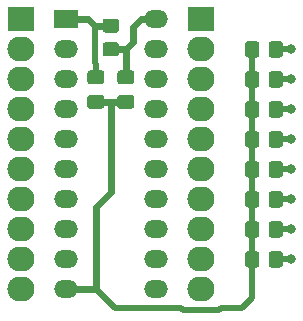
<source format=gbr>
%TF.GenerationSoftware,KiCad,Pcbnew,(5.1.8)-1*%
%TF.CreationDate,2023-01-12T00:15:59+03:00*%
%TF.ProjectId,273,3237332e-6b69-4636-9164-5f7063625858,rev?*%
%TF.SameCoordinates,Original*%
%TF.FileFunction,Copper,L2,Bot*%
%TF.FilePolarity,Positive*%
%FSLAX46Y46*%
G04 Gerber Fmt 4.6, Leading zero omitted, Abs format (unit mm)*
G04 Created by KiCad (PCBNEW (5.1.8)-1) date 2023-01-12 00:15:59*
%MOMM*%
%LPD*%
G01*
G04 APERTURE LIST*
%TA.AperFunction,ComponentPad*%
%ADD10R,2.300000X2.100000*%
%TD*%
%TA.AperFunction,ComponentPad*%
%ADD11O,2.300000X2.100000*%
%TD*%
%TA.AperFunction,ComponentPad*%
%ADD12R,2.000000X1.500000*%
%TD*%
%TA.AperFunction,ComponentPad*%
%ADD13O,2.000000X1.500000*%
%TD*%
%TA.AperFunction,ViaPad*%
%ADD14C,0.800000*%
%TD*%
%TA.AperFunction,Conductor*%
%ADD15C,0.600000*%
%TD*%
%TA.AperFunction,Conductor*%
%ADD16C,0.500000*%
%TD*%
G04 APERTURE END LIST*
%TO.P,R9,2*%
%TO.N,Net-(D8-Pad1)*%
%TA.AperFunction,SMDPad,CuDef*%
G36*
G01*
X93380000Y-53790001D02*
X93380000Y-52889999D01*
G75*
G02*
X93629999Y-52640000I249999J0D01*
G01*
X94330001Y-52640000D01*
G75*
G02*
X94580000Y-52889999I0J-249999D01*
G01*
X94580000Y-53790001D01*
G75*
G02*
X94330001Y-54040000I-249999J0D01*
G01*
X93629999Y-54040000D01*
G75*
G02*
X93380000Y-53790001I0J249999D01*
G01*
G37*
%TD.AperFunction*%
%TO.P,R9,1*%
%TO.N,/GND*%
%TA.AperFunction,SMDPad,CuDef*%
G36*
G01*
X91380000Y-53790001D02*
X91380000Y-52889999D01*
G75*
G02*
X91629999Y-52640000I249999J0D01*
G01*
X92330001Y-52640000D01*
G75*
G02*
X92580000Y-52889999I0J-249999D01*
G01*
X92580000Y-53790001D01*
G75*
G02*
X92330001Y-54040000I-249999J0D01*
G01*
X91629999Y-54040000D01*
G75*
G02*
X91380000Y-53790001I0J249999D01*
G01*
G37*
%TD.AperFunction*%
%TD*%
%TO.P,R8,2*%
%TO.N,Net-(D7-Pad1)*%
%TA.AperFunction,SMDPad,CuDef*%
G36*
G01*
X93380000Y-51250001D02*
X93380000Y-50349999D01*
G75*
G02*
X93629999Y-50100000I249999J0D01*
G01*
X94330001Y-50100000D01*
G75*
G02*
X94580000Y-50349999I0J-249999D01*
G01*
X94580000Y-51250001D01*
G75*
G02*
X94330001Y-51500000I-249999J0D01*
G01*
X93629999Y-51500000D01*
G75*
G02*
X93380000Y-51250001I0J249999D01*
G01*
G37*
%TD.AperFunction*%
%TO.P,R8,1*%
%TO.N,/GND*%
%TA.AperFunction,SMDPad,CuDef*%
G36*
G01*
X91380000Y-51250001D02*
X91380000Y-50349999D01*
G75*
G02*
X91629999Y-50100000I249999J0D01*
G01*
X92330001Y-50100000D01*
G75*
G02*
X92580000Y-50349999I0J-249999D01*
G01*
X92580000Y-51250001D01*
G75*
G02*
X92330001Y-51500000I-249999J0D01*
G01*
X91629999Y-51500000D01*
G75*
G02*
X91380000Y-51250001I0J249999D01*
G01*
G37*
%TD.AperFunction*%
%TD*%
%TO.P,R7,2*%
%TO.N,Net-(D6-Pad1)*%
%TA.AperFunction,SMDPad,CuDef*%
G36*
G01*
X93380000Y-48710001D02*
X93380000Y-47809999D01*
G75*
G02*
X93629999Y-47560000I249999J0D01*
G01*
X94330001Y-47560000D01*
G75*
G02*
X94580000Y-47809999I0J-249999D01*
G01*
X94580000Y-48710001D01*
G75*
G02*
X94330001Y-48960000I-249999J0D01*
G01*
X93629999Y-48960000D01*
G75*
G02*
X93380000Y-48710001I0J249999D01*
G01*
G37*
%TD.AperFunction*%
%TO.P,R7,1*%
%TO.N,/GND*%
%TA.AperFunction,SMDPad,CuDef*%
G36*
G01*
X91380000Y-48710001D02*
X91380000Y-47809999D01*
G75*
G02*
X91629999Y-47560000I249999J0D01*
G01*
X92330001Y-47560000D01*
G75*
G02*
X92580000Y-47809999I0J-249999D01*
G01*
X92580000Y-48710001D01*
G75*
G02*
X92330001Y-48960000I-249999J0D01*
G01*
X91629999Y-48960000D01*
G75*
G02*
X91380000Y-48710001I0J249999D01*
G01*
G37*
%TD.AperFunction*%
%TD*%
%TO.P,R6,2*%
%TO.N,Net-(D5-Pad1)*%
%TA.AperFunction,SMDPad,CuDef*%
G36*
G01*
X93380000Y-46170001D02*
X93380000Y-45269999D01*
G75*
G02*
X93629999Y-45020000I249999J0D01*
G01*
X94330001Y-45020000D01*
G75*
G02*
X94580000Y-45269999I0J-249999D01*
G01*
X94580000Y-46170001D01*
G75*
G02*
X94330001Y-46420000I-249999J0D01*
G01*
X93629999Y-46420000D01*
G75*
G02*
X93380000Y-46170001I0J249999D01*
G01*
G37*
%TD.AperFunction*%
%TO.P,R6,1*%
%TO.N,/GND*%
%TA.AperFunction,SMDPad,CuDef*%
G36*
G01*
X91380000Y-46170001D02*
X91380000Y-45269999D01*
G75*
G02*
X91629999Y-45020000I249999J0D01*
G01*
X92330001Y-45020000D01*
G75*
G02*
X92580000Y-45269999I0J-249999D01*
G01*
X92580000Y-46170001D01*
G75*
G02*
X92330001Y-46420000I-249999J0D01*
G01*
X91629999Y-46420000D01*
G75*
G02*
X91380000Y-46170001I0J249999D01*
G01*
G37*
%TD.AperFunction*%
%TD*%
%TO.P,R5,2*%
%TO.N,Net-(D4-Pad1)*%
%TA.AperFunction,SMDPad,CuDef*%
G36*
G01*
X93380000Y-43630001D02*
X93380000Y-42729999D01*
G75*
G02*
X93629999Y-42480000I249999J0D01*
G01*
X94330001Y-42480000D01*
G75*
G02*
X94580000Y-42729999I0J-249999D01*
G01*
X94580000Y-43630001D01*
G75*
G02*
X94330001Y-43880000I-249999J0D01*
G01*
X93629999Y-43880000D01*
G75*
G02*
X93380000Y-43630001I0J249999D01*
G01*
G37*
%TD.AperFunction*%
%TO.P,R5,1*%
%TO.N,/GND*%
%TA.AperFunction,SMDPad,CuDef*%
G36*
G01*
X91380000Y-43630001D02*
X91380000Y-42729999D01*
G75*
G02*
X91629999Y-42480000I249999J0D01*
G01*
X92330001Y-42480000D01*
G75*
G02*
X92580000Y-42729999I0J-249999D01*
G01*
X92580000Y-43630001D01*
G75*
G02*
X92330001Y-43880000I-249999J0D01*
G01*
X91629999Y-43880000D01*
G75*
G02*
X91380000Y-43630001I0J249999D01*
G01*
G37*
%TD.AperFunction*%
%TD*%
%TO.P,R4,2*%
%TO.N,Net-(D3-Pad1)*%
%TA.AperFunction,SMDPad,CuDef*%
G36*
G01*
X93380000Y-41090001D02*
X93380000Y-40189999D01*
G75*
G02*
X93629999Y-39940000I249999J0D01*
G01*
X94330001Y-39940000D01*
G75*
G02*
X94580000Y-40189999I0J-249999D01*
G01*
X94580000Y-41090001D01*
G75*
G02*
X94330001Y-41340000I-249999J0D01*
G01*
X93629999Y-41340000D01*
G75*
G02*
X93380000Y-41090001I0J249999D01*
G01*
G37*
%TD.AperFunction*%
%TO.P,R4,1*%
%TO.N,/GND*%
%TA.AperFunction,SMDPad,CuDef*%
G36*
G01*
X91380000Y-41090001D02*
X91380000Y-40189999D01*
G75*
G02*
X91629999Y-39940000I249999J0D01*
G01*
X92330001Y-39940000D01*
G75*
G02*
X92580000Y-40189999I0J-249999D01*
G01*
X92580000Y-41090001D01*
G75*
G02*
X92330001Y-41340000I-249999J0D01*
G01*
X91629999Y-41340000D01*
G75*
G02*
X91380000Y-41090001I0J249999D01*
G01*
G37*
%TD.AperFunction*%
%TD*%
%TO.P,R3,2*%
%TO.N,Net-(D2-Pad1)*%
%TA.AperFunction,SMDPad,CuDef*%
G36*
G01*
X93380000Y-38550001D02*
X93380000Y-37649999D01*
G75*
G02*
X93629999Y-37400000I249999J0D01*
G01*
X94330001Y-37400000D01*
G75*
G02*
X94580000Y-37649999I0J-249999D01*
G01*
X94580000Y-38550001D01*
G75*
G02*
X94330001Y-38800000I-249999J0D01*
G01*
X93629999Y-38800000D01*
G75*
G02*
X93380000Y-38550001I0J249999D01*
G01*
G37*
%TD.AperFunction*%
%TO.P,R3,1*%
%TO.N,/GND*%
%TA.AperFunction,SMDPad,CuDef*%
G36*
G01*
X91380000Y-38550001D02*
X91380000Y-37649999D01*
G75*
G02*
X91629999Y-37400000I249999J0D01*
G01*
X92330001Y-37400000D01*
G75*
G02*
X92580000Y-37649999I0J-249999D01*
G01*
X92580000Y-38550001D01*
G75*
G02*
X92330001Y-38800000I-249999J0D01*
G01*
X91629999Y-38800000D01*
G75*
G02*
X91380000Y-38550001I0J249999D01*
G01*
G37*
%TD.AperFunction*%
%TD*%
%TO.P,R2,2*%
%TO.N,Net-(D1-Pad1)*%
%TA.AperFunction,SMDPad,CuDef*%
G36*
G01*
X93380000Y-36010001D02*
X93380000Y-35109999D01*
G75*
G02*
X93629999Y-34860000I249999J0D01*
G01*
X94330001Y-34860000D01*
G75*
G02*
X94580000Y-35109999I0J-249999D01*
G01*
X94580000Y-36010001D01*
G75*
G02*
X94330001Y-36260000I-249999J0D01*
G01*
X93629999Y-36260000D01*
G75*
G02*
X93380000Y-36010001I0J249999D01*
G01*
G37*
%TD.AperFunction*%
%TO.P,R2,1*%
%TO.N,/GND*%
%TA.AperFunction,SMDPad,CuDef*%
G36*
G01*
X91380000Y-36010001D02*
X91380000Y-35109999D01*
G75*
G02*
X91629999Y-34860000I249999J0D01*
G01*
X92330001Y-34860000D01*
G75*
G02*
X92580000Y-35109999I0J-249999D01*
G01*
X92580000Y-36010001D01*
G75*
G02*
X92330001Y-36260000I-249999J0D01*
G01*
X91629999Y-36260000D01*
G75*
G02*
X91380000Y-36010001I0J249999D01*
G01*
G37*
%TD.AperFunction*%
%TD*%
%TO.P,C2,2*%
%TO.N,/GND*%
%TA.AperFunction,SMDPad,CuDef*%
G36*
G01*
X78265000Y-39417500D02*
X79215000Y-39417500D01*
G75*
G02*
X79465000Y-39667500I0J-250000D01*
G01*
X79465000Y-40342500D01*
G75*
G02*
X79215000Y-40592500I-250000J0D01*
G01*
X78265000Y-40592500D01*
G75*
G02*
X78015000Y-40342500I0J250000D01*
G01*
X78015000Y-39667500D01*
G75*
G02*
X78265000Y-39417500I250000J0D01*
G01*
G37*
%TD.AperFunction*%
%TO.P,C2,1*%
%TO.N,/~MR*%
%TA.AperFunction,SMDPad,CuDef*%
G36*
G01*
X78265000Y-37342500D02*
X79215000Y-37342500D01*
G75*
G02*
X79465000Y-37592500I0J-250000D01*
G01*
X79465000Y-38267500D01*
G75*
G02*
X79215000Y-38517500I-250000J0D01*
G01*
X78265000Y-38517500D01*
G75*
G02*
X78015000Y-38267500I0J250000D01*
G01*
X78015000Y-37592500D01*
G75*
G02*
X78265000Y-37342500I250000J0D01*
G01*
G37*
%TD.AperFunction*%
%TD*%
%TO.P,R1,2*%
%TO.N,/VCC*%
%TA.AperFunction,SMDPad,CuDef*%
G36*
G01*
X79559999Y-34960000D02*
X80460001Y-34960000D01*
G75*
G02*
X80710000Y-35209999I0J-249999D01*
G01*
X80710000Y-35910001D01*
G75*
G02*
X80460001Y-36160000I-249999J0D01*
G01*
X79559999Y-36160000D01*
G75*
G02*
X79310000Y-35910001I0J249999D01*
G01*
X79310000Y-35209999D01*
G75*
G02*
X79559999Y-34960000I249999J0D01*
G01*
G37*
%TD.AperFunction*%
%TO.P,R1,1*%
%TO.N,/~MR*%
%TA.AperFunction,SMDPad,CuDef*%
G36*
G01*
X79559999Y-32960000D02*
X80460001Y-32960000D01*
G75*
G02*
X80710000Y-33209999I0J-249999D01*
G01*
X80710000Y-33910001D01*
G75*
G02*
X80460001Y-34160000I-249999J0D01*
G01*
X79559999Y-34160000D01*
G75*
G02*
X79310000Y-33910001I0J249999D01*
G01*
X79310000Y-33209999D01*
G75*
G02*
X79559999Y-32960000I249999J0D01*
G01*
G37*
%TD.AperFunction*%
%TD*%
%TO.P,C1,2*%
%TO.N,/GND*%
%TA.AperFunction,SMDPad,CuDef*%
G36*
G01*
X80805000Y-39417500D02*
X81755000Y-39417500D01*
G75*
G02*
X82005000Y-39667500I0J-250000D01*
G01*
X82005000Y-40342500D01*
G75*
G02*
X81755000Y-40592500I-250000J0D01*
G01*
X80805000Y-40592500D01*
G75*
G02*
X80555000Y-40342500I0J250000D01*
G01*
X80555000Y-39667500D01*
G75*
G02*
X80805000Y-39417500I250000J0D01*
G01*
G37*
%TD.AperFunction*%
%TO.P,C1,1*%
%TO.N,/VCC*%
%TA.AperFunction,SMDPad,CuDef*%
G36*
G01*
X80805000Y-37342500D02*
X81755000Y-37342500D01*
G75*
G02*
X82005000Y-37592500I0J-250000D01*
G01*
X82005000Y-38267500D01*
G75*
G02*
X81755000Y-38517500I-250000J0D01*
G01*
X80805000Y-38517500D01*
G75*
G02*
X80555000Y-38267500I0J250000D01*
G01*
X80555000Y-37592500D01*
G75*
G02*
X80805000Y-37342500I250000J0D01*
G01*
G37*
%TD.AperFunction*%
%TD*%
D10*
%TO.P,J1,1*%
%TO.N,/~MR*%
X72390000Y-33020000D03*
D11*
%TO.P,J1,2*%
%TO.N,/D0*%
X72390000Y-35560000D03*
%TO.P,J1,3*%
%TO.N,/D1*%
X72390000Y-38100000D03*
%TO.P,J1,4*%
%TO.N,/D2*%
X72390000Y-40640000D03*
%TO.P,J1,5*%
%TO.N,/D3*%
X72390000Y-43180000D03*
%TO.P,J1,6*%
%TO.N,/D4*%
X72390000Y-45720000D03*
%TO.P,J1,7*%
%TO.N,/D5*%
X72390000Y-48260000D03*
%TO.P,J1,8*%
%TO.N,/D6*%
X72390000Y-50800000D03*
%TO.P,J1,9*%
%TO.N,/D7*%
X72390000Y-53340000D03*
%TO.P,J1,10*%
%TO.N,/GND*%
X72390000Y-55880000D03*
%TD*%
%TO.P,J2,10*%
%TO.N,/CP*%
X87630000Y-55880000D03*
%TO.P,J2,9*%
%TO.N,/Q7*%
X87630000Y-53340000D03*
%TO.P,J2,8*%
%TO.N,/Q6*%
X87630000Y-50800000D03*
%TO.P,J2,7*%
%TO.N,/Q5*%
X87630000Y-48260000D03*
%TO.P,J2,6*%
%TO.N,/Q4*%
X87630000Y-45720000D03*
%TO.P,J2,5*%
%TO.N,/Q3*%
X87630000Y-43180000D03*
%TO.P,J2,4*%
%TO.N,/Q2*%
X87630000Y-40640000D03*
%TO.P,J2,3*%
%TO.N,/Q1*%
X87630000Y-38100000D03*
%TO.P,J2,2*%
%TO.N,/Q0*%
X87630000Y-35560000D03*
D10*
%TO.P,J2,1*%
%TO.N,/VCC*%
X87630000Y-33020000D03*
%TD*%
D12*
%TO.P,U1,1*%
%TO.N,/~MR*%
X76200000Y-33020000D03*
D13*
%TO.P,U1,11*%
%TO.N,/CP*%
X83820000Y-55880000D03*
%TO.P,U1,2*%
%TO.N,/Q1*%
X76200000Y-35560000D03*
%TO.P,U1,12*%
%TO.N,/Q7*%
X83820000Y-53340000D03*
%TO.P,U1,3*%
%TO.N,/D1*%
X76200000Y-38100000D03*
%TO.P,U1,13*%
%TO.N,/D7*%
X83820000Y-50800000D03*
%TO.P,U1,4*%
%TO.N,/D2*%
X76200000Y-40640000D03*
%TO.P,U1,14*%
%TO.N,/D4*%
X83820000Y-48260000D03*
%TO.P,U1,5*%
%TO.N,/Q2*%
X76200000Y-43180000D03*
%TO.P,U1,15*%
%TO.N,/Q4*%
X83820000Y-45720000D03*
%TO.P,U1,6*%
%TO.N,/Q5*%
X76200000Y-45720000D03*
%TO.P,U1,16*%
%TO.N,/Q3*%
X83820000Y-43180000D03*
%TO.P,U1,7*%
%TO.N,/D5*%
X76200000Y-48260000D03*
%TO.P,U1,17*%
%TO.N,/D3*%
X83820000Y-40640000D03*
%TO.P,U1,8*%
%TO.N,/D6*%
X76200000Y-50800000D03*
%TO.P,U1,18*%
%TO.N,/D0*%
X83820000Y-38100000D03*
%TO.P,U1,9*%
%TO.N,/Q6*%
X76200000Y-53340000D03*
%TO.P,U1,19*%
%TO.N,/Q0*%
X83820000Y-35560000D03*
%TO.P,U1,10*%
%TO.N,/GND*%
X76200000Y-55880000D03*
%TO.P,U1,20*%
%TO.N,/VCC*%
X83820000Y-33020000D03*
%TD*%
D14*
%TO.N,Net-(D1-Pad1)*%
X95250000Y-35560000D03*
%TO.N,Net-(D2-Pad1)*%
X95250000Y-38100000D03*
%TO.N,Net-(D3-Pad1)*%
X95250000Y-40640000D03*
%TO.N,Net-(D4-Pad1)*%
X95250000Y-43180000D03*
%TO.N,Net-(D5-Pad1)*%
X95250000Y-45720000D03*
%TO.N,Net-(D6-Pad1)*%
X95250000Y-48260000D03*
%TO.N,Net-(D7-Pad1)*%
X95250000Y-50800000D03*
%TO.N,Net-(D8-Pad1)*%
X95250000Y-53340000D03*
%TD*%
D15*
%TO.N,/~MR*%
X80010000Y-33560000D02*
X78645000Y-33560000D01*
X78105000Y-33020000D02*
X76200000Y-33020000D01*
X78645000Y-33560000D02*
X78105000Y-33020000D01*
D16*
X78740000Y-37930000D02*
X78740000Y-36830000D01*
X78645000Y-36735000D02*
X78645000Y-33560000D01*
X78740000Y-36830000D02*
X78645000Y-36735000D01*
D15*
%TO.N,/GND*%
X76200000Y-55880000D02*
X78740000Y-55880000D01*
D16*
X91980000Y-35560000D02*
X91980000Y-53340000D01*
X91980000Y-56610000D02*
X91980000Y-53340000D01*
X91122500Y-57467500D02*
X91980000Y-56610000D01*
X89344500Y-57467500D02*
X91122500Y-57467500D01*
X89154000Y-57658000D02*
X89344500Y-57467500D01*
X86106000Y-57658000D02*
X89154000Y-57658000D01*
X85915500Y-57467500D02*
X86106000Y-57658000D01*
X80327500Y-57467500D02*
X85915500Y-57467500D01*
X78740000Y-55880000D02*
X80327500Y-57467500D01*
D15*
X78740000Y-40005000D02*
X80010000Y-40005000D01*
X80010000Y-40005000D02*
X81280000Y-40005000D01*
X78740000Y-48895000D02*
X80010000Y-47625000D01*
X78740000Y-55880000D02*
X78740000Y-48895000D01*
X80010000Y-40005000D02*
X80010000Y-47625000D01*
%TO.N,/VCC*%
X83820000Y-33020000D02*
X82550000Y-33020000D01*
X82550000Y-33020000D02*
X81915000Y-33655000D01*
X80010000Y-35560000D02*
X81280000Y-35560000D01*
X81280000Y-35560000D02*
X81280000Y-37930000D01*
X81915000Y-34925000D02*
X81915000Y-33655000D01*
X81280000Y-35560000D02*
X81915000Y-34925000D01*
D16*
%TO.N,Net-(D1-Pad1)*%
X93980000Y-35560000D02*
X95250000Y-35560000D01*
X95250000Y-35560000D02*
X95250000Y-35560000D01*
%TO.N,Net-(D2-Pad1)*%
X93980000Y-38100000D02*
X95250000Y-38100000D01*
X95250000Y-38100000D02*
X95250000Y-38100000D01*
%TO.N,Net-(D3-Pad1)*%
X93980000Y-40640000D02*
X95250000Y-40640000D01*
X95250000Y-40640000D02*
X95250000Y-40640000D01*
%TO.N,Net-(D4-Pad1)*%
X93980000Y-43180000D02*
X95250000Y-43180000D01*
X95250000Y-43180000D02*
X95250000Y-43180000D01*
%TO.N,Net-(D5-Pad1)*%
X93980000Y-45720000D02*
X95250000Y-45720000D01*
X95250000Y-45720000D02*
X95250000Y-45720000D01*
%TO.N,Net-(D6-Pad1)*%
X93980000Y-48260000D02*
X95250000Y-48260000D01*
X95250000Y-48260000D02*
X95250000Y-48260000D01*
%TO.N,Net-(D7-Pad1)*%
X93980000Y-50800000D02*
X95250000Y-50800000D01*
X95250000Y-50800000D02*
X95250000Y-50800000D01*
%TO.N,Net-(D8-Pad1)*%
X93980000Y-53340000D02*
X95250000Y-53340000D01*
X95250000Y-53340000D02*
X95250000Y-53340000D01*
%TD*%
M02*

</source>
